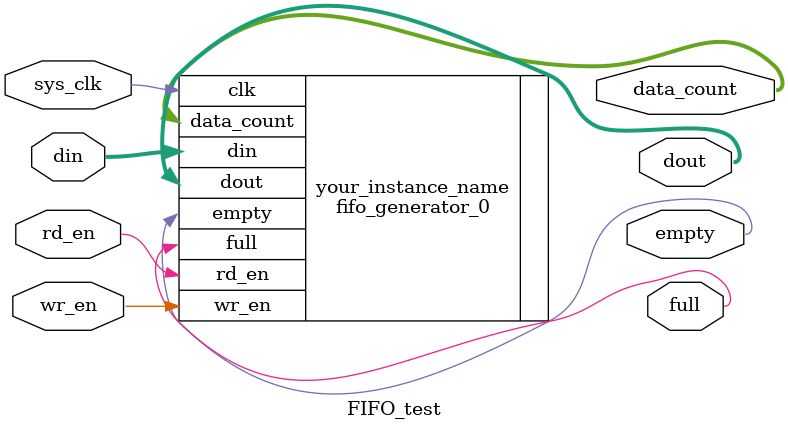
<source format=v>
`timescale 1ns / 1ps
module FIFO_test(
    input sys_clk,
    input wr_en,
    input rd_en,
    input [15:0]din,
    output full,
    output empty,
    output [15:0]dout,
    output [7 : 0] data_count
    );
    
 //   reg [15:0] row1;
 //   reg [15:0] row2;
 //   reg [15:0] row3;
    

fifo_generator_0 your_instance_name (
  .clk(sys_clk),                // input wire clk
  .din(din),                // input wire [15 : 0] din
  .wr_en(wr_en),            // input wire wr_en
  .rd_en(rd_en),            // input wire rd_en
  .dout(dout),              // output wire [15 : 0] dout
  .full(full),              // output wire full
  .empty(empty),            // output wire empty
  .data_count(data_count)  // output wire [9 : 0] data_count
);
endmodule

</source>
